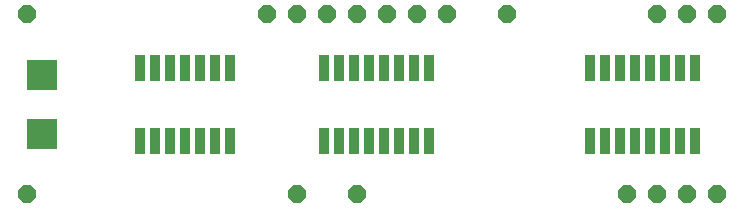
<source format=gts>
G75*
%MOIN*%
%OFA0B0*%
%FSLAX25Y25*%
%IPPOS*%
%LPD*%
%AMOC8*
5,1,8,0,0,1.08239X$1,22.5*
%
%ADD10OC8,0.05950*%
%ADD11R,0.03400X0.08800*%
%ADD12R,0.10249X0.10249*%
D10*
X0012750Y0010250D03*
X0102750Y0010250D03*
X0122750Y0010250D03*
X0212750Y0010250D03*
X0222750Y0010250D03*
X0232750Y0010250D03*
X0242750Y0010250D03*
X0242750Y0070250D03*
X0232750Y0070250D03*
X0222750Y0070250D03*
X0172750Y0070250D03*
X0152750Y0070250D03*
X0142750Y0070250D03*
X0132750Y0070250D03*
X0122750Y0070250D03*
X0112750Y0070250D03*
X0102750Y0070250D03*
X0092750Y0070250D03*
X0012750Y0070250D03*
D11*
X0050250Y0052350D03*
X0055250Y0052350D03*
X0060250Y0052350D03*
X0065250Y0052350D03*
X0070250Y0052350D03*
X0075250Y0052350D03*
X0080250Y0052350D03*
X0111500Y0052350D03*
X0116500Y0052350D03*
X0121500Y0052350D03*
X0126500Y0052350D03*
X0131500Y0052350D03*
X0136500Y0052350D03*
X0141500Y0052350D03*
X0146500Y0052350D03*
X0200250Y0052350D03*
X0205250Y0052350D03*
X0210250Y0052350D03*
X0215250Y0052350D03*
X0220250Y0052350D03*
X0225250Y0052350D03*
X0230250Y0052350D03*
X0235250Y0052350D03*
X0235250Y0028150D03*
X0230250Y0028150D03*
X0225250Y0028150D03*
X0220250Y0028150D03*
X0215250Y0028150D03*
X0210250Y0028150D03*
X0205250Y0028150D03*
X0200250Y0028150D03*
X0146500Y0028150D03*
X0141500Y0028150D03*
X0136500Y0028150D03*
X0131500Y0028150D03*
X0126500Y0028150D03*
X0121500Y0028150D03*
X0116500Y0028150D03*
X0111500Y0028150D03*
X0080250Y0028150D03*
X0075250Y0028150D03*
X0070250Y0028150D03*
X0065250Y0028150D03*
X0060250Y0028150D03*
X0055250Y0028150D03*
X0050250Y0028150D03*
D12*
X0017750Y0030407D03*
X0017750Y0050093D03*
M02*

</source>
